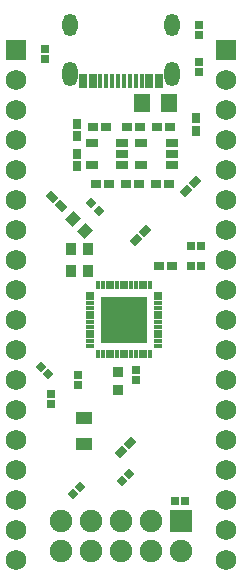
<source format=gts>
G04 Layer: TopSolderMaskLayer*
G04 EasyEDA Pro v1.9.26, 2023-01-09 17:51:20*
G04 Gerber Generator version 0.3*
G04 Scale: 100 percent, Rotated: No, Reflected: No*
G04 Dimensions in millimeters*
G04 Leading zeros omitted, absolute positions, 3 integers and 3 decimals*
%FSLAX33Y33*%
%MOMM*%
%AMOval*1,1,$1,$2,$3*1,1,$1,$4,$5*20,1,$1,$2,$3,$4,$5,0*%
%AMRect*21,1,$1,$2,0,0,$3*%
%ADD10R,0.700024X1.200023*%
%ADD11R,0.400025X1.200023*%
%ADD12Oval,1.300023X0.0X-0.399999X0.0X0.399999*%
%ADD13Oval,1.300023X0.0X-0.299999X0.0X0.299999*%
%ADD14C,1.901596*%
%ADD15R,1.901596X1.901596*%
%ADD16R,1.701597X1.751609*%
%ADD17C,1.751609*%
%ADD18Rect,0.891692X0.641604X135.0*%
%ADD19R,0.891692X0.641604*%
%ADD20R,0.891692X0.641604*%
%ADD21R,0.641604X0.667258*%
%ADD22Rect,0.891692X0.641604X-135.0*%
%ADD23Rect,0.901598X0.965606X135.0*%
%ADD24R,0.900024X1.000023*%
%ADD25R,0.900024X1.000023*%
%ADD26Rect,0.667258X0.641604X45.0*%
%ADD27R,0.667258X0.641604*%
%ADD28Rect,0.667258X0.641604X135.0*%
%ADD29R,0.641604X0.667258*%
%ADD30R,1.101598X0.701599*%
%ADD31R,0.641604X0.891692*%
%ADD32R,0.641604X0.891692*%
%ADD33R,0.965606X0.908075*%
%ADD34R,0.3016X0.766597*%
%ADD35R,0.766597X0.3016*%
%ADD36R,3.901592X3.901592*%
%ADD37Rect,0.891692X0.641604X45.0*%
%ADD38R,1.436599X1.601597*%
%ADD39R,1.101598X0.651612*%
%ADD40R,1.35161X1.101598*%
G75*


G04 Pad Start*
G54D10*
G01X120297Y19650D03*
G01X119497Y19650D03*
G54D11*
G01X118847Y19650D03*
G01X118347Y19650D03*
G01X117847Y19650D03*
G01X117347Y19650D03*
G01X116847Y19650D03*
G01X116347Y19650D03*
G01X115847Y19650D03*
G01X115347Y19650D03*
G54D10*
G01X114697Y19650D03*
G01X113897Y19650D03*
G54D12*
G01X121422Y20200D03*
G01X112772Y20200D03*
G54D13*
G01X121422Y24400D03*
G01X112772Y24400D03*
G54D14*
G01X112017Y-20139D03*
G01X112017Y-17599D03*
G01X114557Y-20139D03*
G01X114557Y-17599D03*
G01X117097Y-20139D03*
G01X117097Y-17599D03*
G01X119637Y-20139D03*
G01X119637Y-17599D03*
G01X122177Y-20139D03*
G54D15*
G01X122177Y-17599D03*
G54D16*
G01X108207Y22279D03*
G54D17*
G01X108207Y19739D03*
G01X108207Y17199D03*
G01X108207Y14659D03*
G01X108207Y12119D03*
G01X108207Y9579D03*
G01X108207Y7039D03*
G01X108207Y4499D03*
G01X108207Y1959D03*
G01X108207Y-581D03*
G01X108207Y-3121D03*
G01X108207Y-5661D03*
G01X108207Y-8201D03*
G01X108207Y-10741D03*
G01X108207Y-13281D03*
G01X108207Y-15821D03*
G01X108207Y-18361D03*
G01X108207Y-20901D03*
G54D18*
G01X111251Y9838D03*
G01X112022Y9067D03*
G54D19*
G01X116055Y10913D03*
G01X114965Y10913D03*
G54D20*
G01X117505Y10913D03*
G01X118595Y10913D03*
G54D21*
G01X113414Y-5228D03*
G01X113414Y-6093D03*
G54D22*
G01X117093Y-11761D03*
G01X117864Y-10990D03*
G54D23*
G01X113023Y7915D03*
G01X114013Y6925D03*
G54D24*
G01X114266Y5424D03*
G54D25*
G01X112816Y3574D03*
G01X112816Y5424D03*
G01X114266Y3574D03*
G54D20*
G01X120172Y15739D03*
G01X121262Y15739D03*
G01X120045Y10913D03*
G01X121135Y10913D03*
G54D26*
G01X117784Y-13610D03*
G01X117172Y-14222D03*
G01X113593Y-14753D03*
G01X112981Y-15365D03*
G54D27*
G01X123015Y5642D03*
G01X123880Y5642D03*
G54D28*
G01X110314Y-4593D03*
G01X110926Y-5205D03*
G54D27*
G01X121618Y-15948D03*
G01X122483Y-15948D03*
G54D29*
G01X118367Y-5712D03*
G01X118367Y-4847D03*
G54D28*
G01X114587Y9271D03*
G01X115199Y8659D03*
G54D21*
G01X123701Y21240D03*
G01X123701Y20374D03*
G54D30*
G01X118782Y12503D03*
G01X118782Y14403D03*
G01X121382Y14403D03*
G01X121382Y13453D03*
G01X121382Y12503D03*
G54D19*
G01X118722Y15739D03*
G01X117632Y15739D03*
G01X115801Y15739D03*
G01X114711Y15739D03*
G54D31*
G01X113351Y13490D03*
G01X113351Y12400D03*
G54D32*
G01X113351Y14940D03*
G01X113351Y16030D03*
G54D33*
G01X116843Y-6541D03*
G01X116843Y-5034D03*
G54D34*
G01X119551Y2327D03*
G01X119152Y2327D03*
G01X118751Y2327D03*
G01X118351Y2327D03*
G01X117951Y2327D03*
G01X117551Y2327D03*
G01X117152Y2327D03*
G01X116751Y2327D03*
G01X116351Y2327D03*
G01X115951Y2327D03*
G01X115551Y2327D03*
G01X115152Y2327D03*
G54D35*
G01X114444Y1619D03*
G01X114444Y1220D03*
G01X114444Y819D03*
G01X114444Y419D03*
G01X114444Y19D03*
G01X114444Y-381D03*
G01X114444Y-780D03*
G01X114444Y-1180D03*
G01X114444Y-1581D03*
G01X114444Y-1981D03*
G01X114444Y-2381D03*
G01X114444Y-2780D03*
G54D34*
G01X115152Y-3488D03*
G01X115551Y-3488D03*
G01X115951Y-3488D03*
G01X116351Y-3488D03*
G01X116751Y-3488D03*
G01X117152Y-3488D03*
G01X117551Y-3488D03*
G01X117951Y-3488D03*
G01X118351Y-3488D03*
G01X118751Y-3488D03*
G01X119152Y-3488D03*
G01X119551Y-3488D03*
G54D35*
G01X120259Y-2780D03*
G01X120259Y-2381D03*
G01X120259Y-1981D03*
G01X120259Y-1581D03*
G01X120259Y-1180D03*
G01X120259Y-780D03*
G01X120259Y-381D03*
G01X120259Y19D03*
G01X120259Y419D03*
G01X120259Y819D03*
G01X120259Y1220D03*
G01X120259Y1619D03*
G54D36*
G01X117351Y-581D03*
G54D16*
G01X125987Y22279D03*
G54D17*
G01X125987Y19739D03*
G01X125987Y17199D03*
G01X125987Y14659D03*
G01X125987Y12119D03*
G01X125987Y9579D03*
G01X125987Y7039D03*
G01X125987Y4499D03*
G01X125987Y1959D03*
G01X125987Y-581D03*
G01X125987Y-3121D03*
G01X125987Y-5661D03*
G01X125987Y-8201D03*
G01X125987Y-10741D03*
G01X125987Y-13281D03*
G01X125987Y-15821D03*
G01X125987Y-18361D03*
G01X125987Y-20901D03*
G54D21*
G01X111128Y-6879D03*
G01X111128Y-7744D03*
G01X110620Y22331D03*
G01X110620Y21466D03*
G54D37*
G01X123325Y11108D03*
G01X122554Y10337D03*
G54D38*
G01X121173Y17748D03*
G01X118888Y17748D03*
G54D37*
G01X119134Y6917D03*
G01X118363Y6146D03*
G54D39*
G01X114620Y12503D03*
G01X114620Y14403D03*
G01X117162Y14403D03*
G01X117162Y13453D03*
G01X117162Y12503D03*
G54D27*
G01X123015Y3991D03*
G01X123880Y3991D03*
G54D29*
G01X123701Y23498D03*
G01X123701Y24363D03*
G54D32*
G01X123447Y15384D03*
G01X123447Y16475D03*
G54D40*
G01X113922Y-8879D03*
G01X113922Y-11079D03*
G54D19*
G01X121415Y3991D03*
G01X120325Y3991D03*
G04 Pad End*

M02*

</source>
